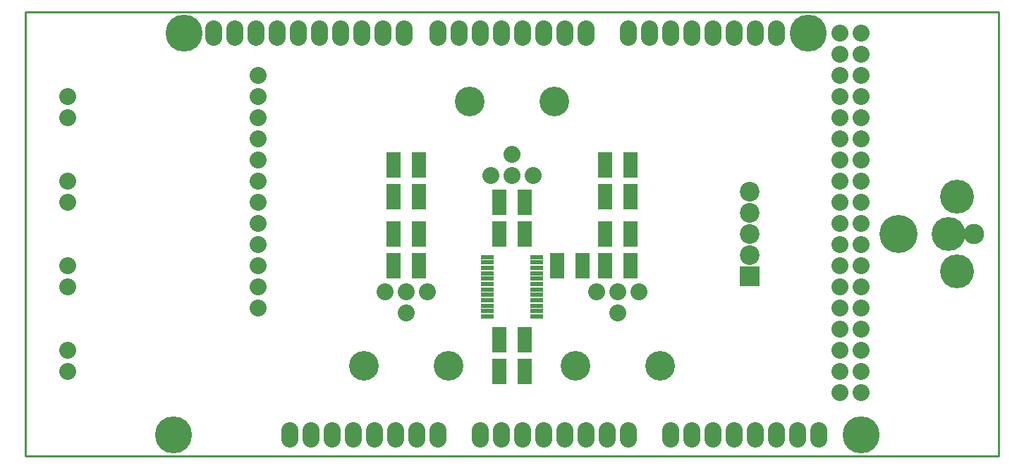
<source format=gbs>
G04 (created by PCBNEW-RS274X (2011-05-25)-stable) date Fri 08 Nov 2013 12:39:22 PM EST*
G01*
G70*
G90*
%MOIN*%
G04 Gerber Fmt 3.4, Leading zero omitted, Abs format*
%FSLAX34Y34*%
G04 APERTURE LIST*
%ADD10C,0.006000*%
%ADD11C,0.009000*%
%ADD12C,0.175000*%
%ADD13O,0.080000X0.120000*%
%ADD14C,0.080000*%
%ADD15C,0.096000*%
%ADD16C,0.160000*%
%ADD17C,0.180000*%
%ADD18R,0.070000X0.120000*%
%ADD19R,0.059100X0.019700*%
%ADD20C,0.140000*%
%ADD21C,0.093000*%
%ADD22R,0.093000X0.093000*%
G04 APERTURE END LIST*
G54D10*
G54D11*
X43500Y-51500D02*
X89500Y-51500D01*
X43500Y-30500D02*
X89500Y-30500D01*
X43500Y-30500D02*
X43500Y-51500D01*
X89500Y-51500D02*
X89500Y-30500D01*
G54D12*
X50500Y-50500D03*
X51000Y-31500D03*
X83000Y-50500D03*
X80500Y-31500D03*
G54D13*
X56000Y-50500D03*
X57000Y-50500D03*
X58000Y-50500D03*
X59000Y-50500D03*
X60000Y-50500D03*
X61000Y-50500D03*
X62000Y-50500D03*
X63000Y-50500D03*
X65000Y-50500D03*
X66000Y-50500D03*
X67000Y-50500D03*
X68000Y-50500D03*
X69000Y-50500D03*
X70000Y-50500D03*
X71000Y-50500D03*
X72000Y-50500D03*
X74000Y-50500D03*
X75000Y-50500D03*
X76000Y-50500D03*
X77000Y-50500D03*
X78000Y-50500D03*
X79000Y-50500D03*
X80000Y-50500D03*
X81000Y-50500D03*
X52400Y-31500D03*
X53400Y-31500D03*
X54400Y-31500D03*
X55400Y-31500D03*
X56400Y-31500D03*
X57400Y-31500D03*
X58400Y-31500D03*
X59400Y-31500D03*
X60400Y-31500D03*
X61400Y-31500D03*
X63000Y-31500D03*
X70000Y-31500D03*
X69000Y-31500D03*
X68000Y-31500D03*
X67000Y-31500D03*
X66000Y-31500D03*
X65000Y-31500D03*
X64000Y-31500D03*
X72000Y-31500D03*
X73000Y-31500D03*
X74000Y-31500D03*
X75000Y-31500D03*
X76000Y-31500D03*
X77000Y-31500D03*
X78000Y-31500D03*
X79000Y-31500D03*
G54D14*
X82000Y-31500D03*
X83000Y-31500D03*
X82000Y-32500D03*
X83000Y-32500D03*
X82000Y-33500D03*
X83000Y-33500D03*
X82000Y-34500D03*
X83000Y-34500D03*
X82000Y-35500D03*
X83000Y-35500D03*
X82000Y-36500D03*
X83000Y-36500D03*
X82000Y-37500D03*
X83000Y-37500D03*
X82000Y-38500D03*
X83000Y-38500D03*
X82000Y-39500D03*
X83000Y-39500D03*
X82000Y-40500D03*
X83000Y-40500D03*
X82000Y-41500D03*
X83000Y-41500D03*
X82000Y-42500D03*
X83000Y-42500D03*
X82000Y-43500D03*
X83000Y-43500D03*
X82000Y-44500D03*
X83000Y-44500D03*
X82000Y-45500D03*
X83000Y-45500D03*
X82000Y-46500D03*
X83000Y-46500D03*
X82000Y-47500D03*
X83000Y-47500D03*
X82000Y-48500D03*
X83000Y-48500D03*
G54D15*
X88320Y-41000D03*
G54D16*
X87140Y-41000D03*
G54D17*
X84780Y-41000D03*
G54D16*
X87530Y-39230D03*
X87530Y-42770D03*
G54D18*
X67100Y-47500D03*
X65900Y-47500D03*
X60900Y-42500D03*
X62100Y-42500D03*
X72100Y-37750D03*
X70900Y-37750D03*
X72100Y-42500D03*
X70900Y-42500D03*
X67100Y-46000D03*
X65900Y-46000D03*
G54D19*
X65340Y-44650D03*
X65340Y-44396D03*
X65340Y-44140D03*
X65340Y-43884D03*
X65340Y-43628D03*
X65340Y-43372D03*
X65340Y-43116D03*
X65340Y-42860D03*
X65340Y-42604D03*
X65340Y-42350D03*
X67660Y-42350D03*
X67660Y-42604D03*
X67660Y-42860D03*
X67660Y-43116D03*
X67660Y-43372D03*
X67660Y-43628D03*
X67660Y-43884D03*
X67660Y-44140D03*
X67660Y-44396D03*
X67660Y-44650D03*
X65340Y-44910D03*
X67660Y-44910D03*
X65340Y-42090D03*
X67660Y-42090D03*
G54D14*
X45500Y-39500D03*
X45500Y-38500D03*
X45500Y-35500D03*
X45500Y-34500D03*
X45500Y-42500D03*
X45500Y-43500D03*
X45500Y-46500D03*
X45500Y-47500D03*
X54500Y-33500D03*
X54500Y-34500D03*
X54500Y-35500D03*
X54500Y-36500D03*
X54500Y-37500D03*
X54500Y-38500D03*
X54500Y-39500D03*
X54500Y-40500D03*
X54500Y-41500D03*
X54500Y-42500D03*
X54500Y-43500D03*
X54500Y-44500D03*
G54D18*
X67100Y-39500D03*
X65900Y-39500D03*
X68650Y-42500D03*
X69850Y-42500D03*
X67100Y-41000D03*
X65900Y-41000D03*
X60900Y-41000D03*
X62100Y-41000D03*
X60900Y-39250D03*
X62100Y-39250D03*
X72100Y-41000D03*
X70900Y-41000D03*
X72100Y-39250D03*
X70900Y-39250D03*
G54D20*
X73500Y-47250D03*
X69500Y-47250D03*
G54D14*
X71500Y-44750D03*
X71500Y-43750D03*
X70500Y-43750D03*
X72500Y-43750D03*
G54D18*
X60900Y-37750D03*
X62100Y-37750D03*
G54D20*
X64500Y-34750D03*
X68500Y-34750D03*
G54D14*
X66500Y-37250D03*
X66500Y-38250D03*
X67500Y-38250D03*
X65500Y-38250D03*
G54D20*
X63500Y-47250D03*
X59500Y-47250D03*
G54D14*
X61500Y-44750D03*
X61500Y-43750D03*
X60500Y-43750D03*
X62500Y-43750D03*
G54D21*
X77750Y-42000D03*
X77750Y-41000D03*
G54D22*
X77750Y-43000D03*
G54D21*
X77750Y-40000D03*
X77750Y-39000D03*
M02*

</source>
